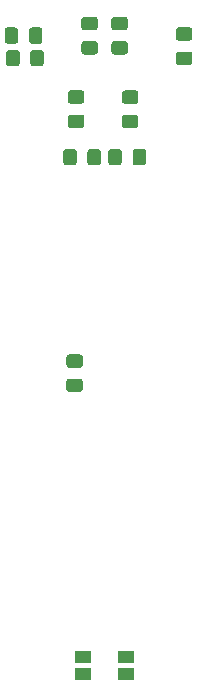
<source format=gbr>
%TF.GenerationSoftware,KiCad,Pcbnew,(5.1.9)-1*%
%TF.CreationDate,2021-04-12T21:57:58+01:00*%
%TF.ProjectId,Propeller_dev_board,50726f70-656c-46c6-9572-5f6465765f62,rev?*%
%TF.SameCoordinates,Original*%
%TF.FileFunction,Paste,Bot*%
%TF.FilePolarity,Positive*%
%FSLAX46Y46*%
G04 Gerber Fmt 4.6, Leading zero omitted, Abs format (unit mm)*
G04 Created by KiCad (PCBNEW (5.1.9)-1) date 2021-04-12 21:57:58*
%MOMM*%
%LPD*%
G01*
G04 APERTURE LIST*
%ADD10R,1.400000X1.050000*%
G04 APERTURE END LIST*
%TO.C,4.7uF*%
G36*
G01*
X118929999Y-118415000D02*
X119830001Y-118415000D01*
G75*
G02*
X120080000Y-118664999I0J-249999D01*
G01*
X120080000Y-119315001D01*
G75*
G02*
X119830001Y-119565000I-249999J0D01*
G01*
X118929999Y-119565000D01*
G75*
G02*
X118680000Y-119315001I0J249999D01*
G01*
X118680000Y-118664999D01*
G75*
G02*
X118929999Y-118415000I249999J0D01*
G01*
G37*
G36*
G01*
X118929999Y-120465000D02*
X119830001Y-120465000D01*
G75*
G02*
X120080000Y-120714999I0J-249999D01*
G01*
X120080000Y-121365001D01*
G75*
G02*
X119830001Y-121615000I-249999J0D01*
G01*
X118929999Y-121615000D01*
G75*
G02*
X118680000Y-121365001I0J249999D01*
G01*
X118680000Y-120714999D01*
G75*
G02*
X118929999Y-120465000I249999J0D01*
G01*
G37*
%TD*%
%TO.C,4.7uF*%
G36*
G01*
X123628999Y-98122000D02*
X124529001Y-98122000D01*
G75*
G02*
X124779000Y-98371999I0J-249999D01*
G01*
X124779000Y-99022001D01*
G75*
G02*
X124529001Y-99272000I-249999J0D01*
G01*
X123628999Y-99272000D01*
G75*
G02*
X123379000Y-99022001I0J249999D01*
G01*
X123379000Y-98371999D01*
G75*
G02*
X123628999Y-98122000I249999J0D01*
G01*
G37*
G36*
G01*
X123628999Y-96072000D02*
X124529001Y-96072000D01*
G75*
G02*
X124779000Y-96321999I0J-249999D01*
G01*
X124779000Y-96972001D01*
G75*
G02*
X124529001Y-97222000I-249999J0D01*
G01*
X123628999Y-97222000D01*
G75*
G02*
X123379000Y-96972001I0J249999D01*
G01*
X123379000Y-96321999D01*
G75*
G02*
X123628999Y-96072000I249999J0D01*
G01*
G37*
%TD*%
%TO.C,4.7uF*%
G36*
G01*
X119056999Y-96063000D02*
X119957001Y-96063000D01*
G75*
G02*
X120207000Y-96312999I0J-249999D01*
G01*
X120207000Y-96963001D01*
G75*
G02*
X119957001Y-97213000I-249999J0D01*
G01*
X119056999Y-97213000D01*
G75*
G02*
X118807000Y-96963001I0J249999D01*
G01*
X118807000Y-96312999D01*
G75*
G02*
X119056999Y-96063000I249999J0D01*
G01*
G37*
G36*
G01*
X119056999Y-98113000D02*
X119957001Y-98113000D01*
G75*
G02*
X120207000Y-98362999I0J-249999D01*
G01*
X120207000Y-99013001D01*
G75*
G02*
X119957001Y-99263000I-249999J0D01*
G01*
X119056999Y-99263000D01*
G75*
G02*
X118807000Y-99013001I0J249999D01*
G01*
X118807000Y-98362999D01*
G75*
G02*
X119056999Y-98113000I249999J0D01*
G01*
G37*
%TD*%
%TO.C,5.1K*%
G36*
G01*
X120199999Y-89840000D02*
X121100001Y-89840000D01*
G75*
G02*
X121350000Y-90089999I0J-249999D01*
G01*
X121350000Y-90740001D01*
G75*
G02*
X121100001Y-90990000I-249999J0D01*
G01*
X120199999Y-90990000D01*
G75*
G02*
X119950000Y-90740001I0J249999D01*
G01*
X119950000Y-90089999D01*
G75*
G02*
X120199999Y-89840000I249999J0D01*
G01*
G37*
G36*
G01*
X120199999Y-91890000D02*
X121100001Y-91890000D01*
G75*
G02*
X121350000Y-92139999I0J-249999D01*
G01*
X121350000Y-92790001D01*
G75*
G02*
X121100001Y-93040000I-249999J0D01*
G01*
X120199999Y-93040000D01*
G75*
G02*
X119950000Y-92790001I0J249999D01*
G01*
X119950000Y-92139999D01*
G75*
G02*
X120199999Y-91890000I249999J0D01*
G01*
G37*
%TD*%
%TO.C,5.1K*%
G36*
G01*
X122739999Y-89840000D02*
X123640001Y-89840000D01*
G75*
G02*
X123890000Y-90089999I0J-249999D01*
G01*
X123890000Y-90740001D01*
G75*
G02*
X123640001Y-90990000I-249999J0D01*
G01*
X122739999Y-90990000D01*
G75*
G02*
X122490000Y-90740001I0J249999D01*
G01*
X122490000Y-90089999D01*
G75*
G02*
X122739999Y-89840000I249999J0D01*
G01*
G37*
G36*
G01*
X122739999Y-91890000D02*
X123640001Y-91890000D01*
G75*
G02*
X123890000Y-92139999I0J-249999D01*
G01*
X123890000Y-92790001D01*
G75*
G02*
X123640001Y-93040000I-249999J0D01*
G01*
X122739999Y-93040000D01*
G75*
G02*
X122490000Y-92790001I0J249999D01*
G01*
X122490000Y-92139999D01*
G75*
G02*
X122739999Y-91890000I249999J0D01*
G01*
G37*
%TD*%
%TO.C,470R*%
G36*
G01*
X129101450Y-93929000D02*
X128200550Y-93929000D01*
G75*
G02*
X127951000Y-93679450I0J249550D01*
G01*
X127951000Y-93028550D01*
G75*
G02*
X128200550Y-92779000I249550J0D01*
G01*
X129101450Y-92779000D01*
G75*
G02*
X129351000Y-93028550I0J-249550D01*
G01*
X129351000Y-93679450D01*
G75*
G02*
X129101450Y-93929000I-249550J0D01*
G01*
G37*
G36*
G01*
X129101001Y-91879000D02*
X128200999Y-91879000D01*
G75*
G02*
X127951000Y-91629001I0J249999D01*
G01*
X127951000Y-90978999D01*
G75*
G02*
X128200999Y-90729000I249999J0D01*
G01*
X129101001Y-90729000D01*
G75*
G02*
X129351000Y-90978999I0J-249999D01*
G01*
X129351000Y-91629001D01*
G75*
G02*
X129101001Y-91879000I-249999J0D01*
G01*
G37*
%TD*%
%TO.C,VBUS1*%
G36*
G01*
X120465000Y-102177001D02*
X120465000Y-101276999D01*
G75*
G02*
X120714999Y-101027000I249999J0D01*
G01*
X121365001Y-101027000D01*
G75*
G02*
X121615000Y-101276999I0J-249999D01*
G01*
X121615000Y-102177001D01*
G75*
G02*
X121365001Y-102427000I-249999J0D01*
G01*
X120714999Y-102427000D01*
G75*
G02*
X120465000Y-102177001I0J249999D01*
G01*
G37*
G36*
G01*
X118415000Y-102177001D02*
X118415000Y-101276999D01*
G75*
G02*
X118664999Y-101027000I249999J0D01*
G01*
X119315001Y-101027000D01*
G75*
G02*
X119565000Y-101276999I0J-249999D01*
G01*
X119565000Y-102177001D01*
G75*
G02*
X119315001Y-102427000I-249999J0D01*
G01*
X118664999Y-102427000D01*
G75*
G02*
X118415000Y-102177001I0J249999D01*
G01*
G37*
%TD*%
%TO.C,VBUS2*%
G36*
G01*
X122234000Y-102177001D02*
X122234000Y-101276999D01*
G75*
G02*
X122483999Y-101027000I249999J0D01*
G01*
X123134001Y-101027000D01*
G75*
G02*
X123384000Y-101276999I0J-249999D01*
G01*
X123384000Y-102177001D01*
G75*
G02*
X123134001Y-102427000I-249999J0D01*
G01*
X122483999Y-102427000D01*
G75*
G02*
X122234000Y-102177001I0J249999D01*
G01*
G37*
G36*
G01*
X124284000Y-102177001D02*
X124284000Y-101276999D01*
G75*
G02*
X124533999Y-101027000I249999J0D01*
G01*
X125184001Y-101027000D01*
G75*
G02*
X125434000Y-101276999I0J-249999D01*
G01*
X125434000Y-102177001D01*
G75*
G02*
X125184001Y-102427000I-249999J0D01*
G01*
X124533999Y-102427000D01*
G75*
G02*
X124284000Y-102177001I0J249999D01*
G01*
G37*
%TD*%
%TO.C,Rx_res1*%
G36*
G01*
X115512000Y-91890001D02*
X115512000Y-90989999D01*
G75*
G02*
X115761999Y-90740000I249999J0D01*
G01*
X116412001Y-90740000D01*
G75*
G02*
X116662000Y-90989999I0J-249999D01*
G01*
X116662000Y-91890001D01*
G75*
G02*
X116412001Y-92140000I-249999J0D01*
G01*
X115761999Y-92140000D01*
G75*
G02*
X115512000Y-91890001I0J249999D01*
G01*
G37*
G36*
G01*
X113462000Y-91890001D02*
X113462000Y-90989999D01*
G75*
G02*
X113711999Y-90740000I249999J0D01*
G01*
X114362001Y-90740000D01*
G75*
G02*
X114612000Y-90989999I0J-249999D01*
G01*
X114612000Y-91890001D01*
G75*
G02*
X114362001Y-92140000I-249999J0D01*
G01*
X113711999Y-92140000D01*
G75*
G02*
X113462000Y-91890001I0J249999D01*
G01*
G37*
%TD*%
%TO.C,Tx_res1*%
G36*
G01*
X116780000Y-92894999D02*
X116780000Y-93795001D01*
G75*
G02*
X116530001Y-94045000I-249999J0D01*
G01*
X115879999Y-94045000D01*
G75*
G02*
X115630000Y-93795001I0J249999D01*
G01*
X115630000Y-92894999D01*
G75*
G02*
X115879999Y-92645000I249999J0D01*
G01*
X116530001Y-92645000D01*
G75*
G02*
X116780000Y-92894999I0J-249999D01*
G01*
G37*
G36*
G01*
X114730000Y-92894999D02*
X114730000Y-93795001D01*
G75*
G02*
X114480001Y-94045000I-249999J0D01*
G01*
X113829999Y-94045000D01*
G75*
G02*
X113580000Y-93795001I0J249999D01*
G01*
X113580000Y-92894999D01*
G75*
G02*
X113829999Y-92645000I249999J0D01*
G01*
X114480001Y-92645000D01*
G75*
G02*
X114730000Y-92894999I0J-249999D01*
G01*
G37*
%TD*%
D10*
%TO.C,SW1*%
X120120000Y-144060000D03*
X123720000Y-144060000D03*
X120120000Y-145500000D03*
X123720000Y-145500000D03*
%TD*%
M02*

</source>
